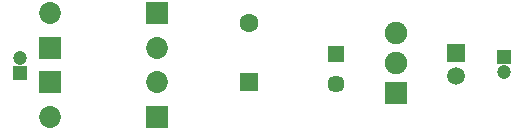
<source format=gts>
G04*
G04 #@! TF.GenerationSoftware,Altium Limited,Altium Designer,21.6.1 (37)*
G04*
G04 Layer_Color=8388736*
%FSLAX25Y25*%
%MOIN*%
G70*
G04*
G04 #@! TF.SameCoordinates,932B326A-3B8A-432E-9049-F9347913D85E*
G04*
G04*
G04 #@! TF.FilePolarity,Negative*
G04*
G01*
G75*
%ADD15C,0.07296*%
%ADD16R,0.07296X0.07296*%
%ADD17R,0.04737X0.04737*%
%ADD18C,0.04737*%
%ADD19C,0.05918*%
%ADD20R,0.05918X0.05918*%
%ADD21C,0.07493*%
%ADD22R,0.07493X0.07493*%
%ADD23C,0.05721*%
%ADD24R,0.05721X0.05721*%
%ADD25R,0.06312X0.06312*%
%ADD26C,0.06312*%
G54D15*
X142717Y120000D02*
D03*
X107283Y108500D02*
D03*
X142717Y131500D02*
D03*
X107283Y143000D02*
D03*
G54D16*
X107283Y120000D02*
D03*
X142717Y108500D02*
D03*
X107283Y131500D02*
D03*
X142717Y143000D02*
D03*
G54D17*
X97000Y123000D02*
D03*
X258500Y128500D02*
D03*
G54D18*
X97000Y128000D02*
D03*
X258500Y123500D02*
D03*
G54D19*
X242500Y122063D02*
D03*
G54D20*
Y129937D02*
D03*
G54D21*
X222500Y136500D02*
D03*
Y126500D02*
D03*
G54D22*
Y116500D02*
D03*
G54D23*
X202500Y119579D02*
D03*
G54D24*
Y129421D02*
D03*
G54D25*
X173500Y120000D02*
D03*
G54D26*
Y139685D02*
D03*
M02*

</source>
